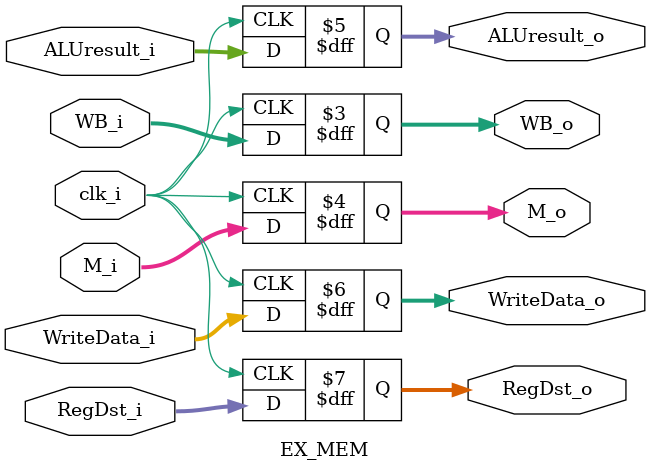
<source format=v>
module EX_MEM(
    clk_i,
    WB_i,
    M_i,
    ALUresult_i,
    WriteData_i,
    RegDst_i,
    WB_o,
    M_o,
    ALUresult_o,
    WriteData_o,
    RegDst_o
);

// port
input           clk_i;
input   [1:0]   WB_i;
input   [1:0]   M_i;
input   [31:0]  ALUresult_i;
input   [31:0]  WriteData_i;
input   [4:0]   RegDst_i;
output  reg [1:0]   WB_o;
output  reg [1:0]   M_o;
output  reg [31:0]  ALUresult_o;
output  reg [31:0]  WriteData_o;
output  reg [4:0]   RegDst_o;

initial begin
    WB_o <= 0;
    M_o <= 0;
    ALUresult_o <= 0;
    WriteData_o <= 0;
    RegDst_o <= 0;
end

always@(posedge clk_i) begin
    WB_o <= WB_i;
    M_o <= M_i;
    ALUresult_o <= ALUresult_i;
    WriteData_o <= WriteData_i;
    RegDst_o <= RegDst_i;
end

endmodule // EX_MEM

</source>
